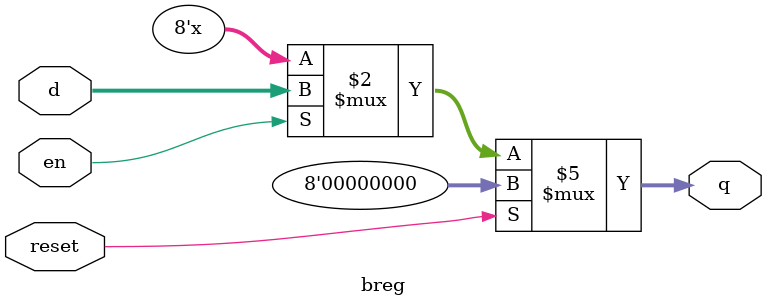
<source format=v>
`timescale 1ns / 1ps

module breg #(parameter INIT = 0) (
    input reset,
    input en,
    input [7:0] d,
    output reg [7:0] q
    );

    always @(*) begin
        if (reset)
            q <= INIT;
        else if (en)
            q <= d;
    end

endmodule

</source>
